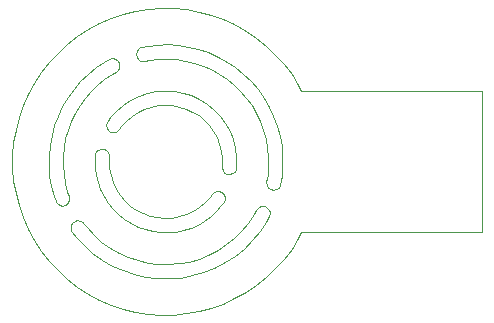
<source format=gko>
G04*
G04 #@! TF.GenerationSoftware,Altium Limited,Altium Designer,20.2.4 (192)*
G04*
G04 Layer_Color=16711935*
%FSLAX44Y44*%
%MOMM*%
G71*
G04*
G04 #@! TF.SameCoordinates,0F43FF0A-D758-409E-903F-A1448CC310CE*
G04*
G04*
G04 #@! TF.FilePolarity,Positive*
G04*
G01*
G75*
%ADD54C,0.1000*%
G54D54*
X82592Y-37592D02*
X84541Y-38078D01*
X86227Y-39173D01*
X87464Y-40756D01*
X88118Y-42656D01*
Y-43661D02*
Y-42656D01*
Y-44028D02*
Y-43661D01*
X88028Y-44757D02*
X88118Y-44028D01*
X87851Y-45470D02*
X88028Y-44757D01*
X87587Y-46155D02*
X87851Y-45470D01*
X87415Y-46480D02*
X87587Y-46155D01*
X85081Y-50869D02*
X87415Y-46480D01*
X79556Y-59138D02*
X85081Y-50869D01*
X73231Y-66811D02*
X79556Y-59138D01*
X66169Y-73811D02*
X73231Y-66811D01*
X58441Y-80069D02*
X66169Y-73811D01*
X50125Y-85522D02*
X58441Y-80069D01*
X41305Y-90113D02*
X50125Y-85522D01*
X32069Y-93798D02*
X41305Y-90113D01*
X22510Y-96539D02*
X32069Y-93798D01*
X12724Y-98308D02*
X22510Y-96539D01*
X2811Y-99089D02*
X12724Y-98308D01*
X-7131Y-98872D02*
X2811Y-99089D01*
X-17000Y-97660D02*
X-7131Y-98872D01*
X-26699Y-95465D02*
X-17000Y-97660D01*
X-36130Y-92310D02*
X-26699Y-95465D01*
X-45196Y-88226D02*
X-36130Y-92310D01*
X-53808Y-83254D02*
X-45196Y-88226D01*
X-61878Y-77444D02*
X-53808Y-83254D01*
X-69326Y-70855D02*
X-61878Y-77444D01*
X-76076Y-63553D02*
X-69326Y-70855D01*
X-79068Y-59582D02*
X-76076Y-63553D01*
X-79787Y-58628D02*
X-79068Y-59582D01*
X-80385Y-56316D02*
X-79787Y-58628D01*
X-80385Y-56316D02*
X-80052Y-53951D01*
X-78840Y-51893D01*
X-76933Y-50455D01*
X-74620Y-49857D01*
X-72255Y-50190D01*
X-70197Y-51402D01*
X-69478Y-52356D01*
X-66765Y-55775D01*
X-60841Y-62183D01*
X-54305Y-67966D01*
X-47222Y-73064D01*
X-39664Y-77428D01*
X-31708Y-81012D01*
X-23432Y-83781D01*
X-14920Y-85707D01*
X-6258Y-86771D01*
X2467Y-86961D01*
X11167Y-86277D01*
X19755Y-84724D01*
X28144Y-82318D01*
X36249Y-79084D01*
X43990Y-75055D01*
X51288Y-70270D01*
X58071Y-64778D01*
X64268Y-58634D01*
X69819Y-51900D01*
X74668Y-44644D01*
X76813Y-40842D01*
X77285Y-39955D01*
X78754Y-38585D01*
X80590Y-37768D01*
X82592Y-37592D01*
X-54610Y10747D02*
X-52291Y10647D01*
X-50177Y9690D01*
X-48571Y8013D01*
X-47706Y5860D01*
Y4699D02*
Y5860D01*
Y4634D02*
Y4699D01*
X-47709Y4504D02*
X-47706Y4634D01*
X-47715Y4374D02*
X-47709Y4504D01*
X-47723Y4245D02*
X-47715Y4374D01*
X-47729Y4180D02*
X-47723Y4245D01*
X-47898Y1049D02*
X-47729Y4180D01*
X-47898Y1049D02*
X-47620Y-5212D01*
X-46529Y-11384D01*
X-44641Y-17360D01*
X-41990Y-23040D01*
X-38621Y-28324D01*
X-34592Y-33125D01*
X-29970Y-37358D01*
X-24836Y-40953D01*
X-19277Y-43847D01*
X-13388Y-45991D01*
X-7269Y-47349D01*
X-1026Y-47897D01*
X5236Y-47625D01*
X11409Y-46540D01*
X17387Y-44658D01*
X23069Y-42012D01*
X28357Y-38648D01*
X33161Y-34623D01*
X37399Y-30006D01*
X39282Y-27499D01*
X39832Y-26716D01*
X41365Y-25568D01*
X43178Y-24954D01*
X45092Y-24934D01*
X46918Y-25510D01*
X48474Y-26626D01*
X49606Y-28170D01*
X50201Y-29990D01*
Y-30947D02*
Y-29990D01*
Y-31407D02*
Y-30947D01*
X50061Y-32317D02*
X50201Y-31407D01*
X49784Y-33194D02*
X50061Y-32317D01*
X49377Y-34019D02*
X49784Y-33194D01*
X49112Y-34395D02*
X49377Y-34019D01*
X47234Y-37073D02*
X49112Y-34395D01*
X42916Y-41988D02*
X47234Y-37073D01*
X38089Y-46404D02*
X42916Y-41988D01*
X32811Y-50269D02*
X38089Y-46404D01*
X27143Y-53537D02*
X32811Y-50269D01*
X21154Y-56168D02*
X27143Y-53537D01*
X14914Y-58132D02*
X21154Y-56168D01*
X8497Y-59406D02*
X14914Y-58132D01*
X1979Y-59974D02*
X8497Y-59406D01*
X-4561Y-59829D02*
X1979Y-59974D01*
X-11047Y-58973D02*
X-4561Y-59829D01*
X-17402Y-57417D02*
X-11047Y-58973D01*
X-23549Y-55179D02*
X-17402Y-57417D01*
X-29416Y-52286D02*
X-23549Y-55179D01*
X-34934Y-48771D02*
X-29416Y-52286D01*
X-40037Y-44676D02*
X-34934Y-48771D01*
X-44663Y-40051D02*
X-40037Y-44676D01*
X-48759Y-34950D02*
X-44663Y-40051D01*
X-52276Y-29434D02*
X-48759Y-34950D01*
X-55172Y-23567D02*
X-52276Y-29434D01*
X-57412Y-17421D02*
X-55172Y-23567D01*
X-58970Y-11067D02*
X-57412Y-17421D01*
X-59827Y-4581D02*
X-58970Y-11067D01*
X-59974Y1959D02*
X-59827Y-4581D01*
X-59974Y1959D02*
X-59691Y5218D01*
X-59591Y6374D01*
X-58543Y8445D01*
X-56799Y9977D01*
X-54610Y10747D01*
X1689Y99087D02*
X10468Y98547D01*
X19165Y97231D01*
X27711Y95148D01*
X36038Y92316D01*
X44082Y88757D01*
X51778Y84499D01*
X59067Y79575D01*
X65890Y74024D01*
X72194Y67890D01*
X77930Y61221D01*
X83051Y54070D01*
X87519Y46493D01*
X91296Y38550D01*
X94355Y30303D01*
X96670Y21817D01*
X98224Y13159D01*
X99004Y4398D01*
Y-0D02*
Y4398D01*
Y-2376D02*
Y-0D01*
X98776Y-7124D02*
X99004Y-2376D01*
X98320Y-11855D02*
X98776Y-7124D01*
X97638Y-16558D02*
X98320Y-11855D01*
X97185Y-18891D02*
X97638Y-16558D01*
X97185Y-18891D02*
Y-18891D01*
X96957Y-20063D02*
X97185Y-18891D01*
X95639Y-22055D02*
X96957Y-20063D01*
X93659Y-23390D02*
X95639Y-22055D01*
X91318Y-23867D02*
X93659Y-23390D01*
X88973Y-23411D02*
X91318Y-23867D01*
X86982Y-22093D02*
X88973Y-23411D01*
X85646Y-20113D02*
X86982Y-22093D01*
X85170Y-17772D02*
X85646Y-20113D01*
X85170Y-17772D02*
X85398Y-16600D01*
X85772Y-14546D01*
X86371Y-10414D01*
X86771Y-6258D01*
X86971Y-2088D01*
X86996Y-0D01*
X86910Y3861D02*
X86996Y-0D01*
X86226Y11552D02*
X86910Y3861D01*
X84862Y19152D02*
X86226Y11552D01*
X82829Y26601D02*
X84862Y19152D01*
X80144Y33841D02*
X82829Y26601D01*
X76828Y40814D02*
X80144Y33841D01*
X72906Y47465D02*
X76828Y40814D01*
X68411Y53743D02*
X72906Y47465D01*
X63376Y59597D02*
X68411Y53743D01*
X57842Y64982D02*
X63376Y59597D01*
X51852Y69855D02*
X57842Y64982D01*
X45454Y74177D02*
X51852Y69855D01*
X38697Y77916D02*
X45454Y74177D01*
X31636Y81040D02*
X38697Y77916D01*
X24326Y83526D02*
X31636Y81040D01*
X16824Y85354D02*
X24326Y83526D01*
X9189Y86509D02*
X16824Y85354D01*
X1482Y86983D02*
X9189Y86509D01*
X-6236Y86772D02*
X1482Y86983D01*
X-13906Y85878D02*
X-6236Y86772D01*
X-17703Y85176D02*
X-13906Y85878D01*
X-18872Y84933D02*
X-17703Y85176D01*
X-21219Y85379D02*
X-18872Y84933D01*
X-23216Y86689D02*
X-21219Y85379D01*
X-24560Y88663D02*
X-23216Y86689D01*
X-25046Y91002D02*
X-24560Y88663D01*
X-25046Y91002D02*
X-24600Y93348D01*
X-23290Y95345D01*
X-21316Y96689D01*
X-20147Y96932D01*
X-20147D02*
X-20147D01*
X-20147D02*
X-15841Y97827D01*
X-7104Y98846D01*
X1689Y99087D01*
X-656Y60033D02*
X6926Y59631D01*
X14398Y58277D01*
X21639Y55990D01*
X28533Y52808D01*
X34971Y48782D01*
X40850Y43976D01*
X46076Y38466D01*
X50564Y32342D01*
X54244Y25700D01*
X57057Y18647D01*
X58958Y11295D01*
X59916Y3762D01*
Y-34D02*
Y3762D01*
Y-683D02*
Y-34D01*
X59888Y-1981D02*
X59916Y-683D01*
X59832Y-3277D02*
X59888Y-1981D01*
X59747Y-4572D02*
X59832Y-3277D01*
X59691Y-5218D02*
X59747Y-4572D01*
X59691Y-5218D02*
X59691D01*
X59588Y-6408D02*
X59691Y-5218D01*
X58487Y-8527D02*
X59588Y-6408D01*
X56658Y-10064D02*
X58487Y-8527D01*
X54381Y-10784D02*
X56658Y-10064D01*
X52001Y-10577D02*
X54381Y-10784D01*
X49882Y-9476D02*
X52001Y-10577D01*
X48345Y-7647D02*
X49882Y-9476D01*
X47625Y-5370D02*
X48345Y-7647D01*
X47625Y-5370D02*
X47729Y-4180D01*
X47729Y-4180D02*
X47729Y-4180D01*
X47729Y-4180D02*
X47771Y-3663D01*
X47838Y-2627D01*
X47883Y-1591D01*
X47906Y-553D01*
X47908Y-34D01*
X47812Y2996D02*
X47908Y-34D01*
X47048Y9008D02*
X47812Y2996D01*
X45531Y14875D02*
X47048Y9008D01*
X43286Y20504D02*
X45531Y14875D01*
X40349Y25805D02*
X43286Y20504D01*
X36766Y30693D02*
X40349Y25805D01*
X32596Y35090D02*
X36766Y30693D01*
X27904Y38926D02*
X32596Y35090D01*
X22766Y42140D02*
X27904Y38926D01*
X17263Y44679D02*
X22766Y42140D01*
X11484Y46504D02*
X17263Y44679D01*
X5521Y47585D02*
X11484Y46504D01*
X-531Y47906D02*
X5521Y47585D01*
X-6575Y47460D02*
X-531Y47906D01*
X-12514Y46255D02*
X-6575Y47460D01*
X-18254Y44311D02*
X-12514Y46255D01*
X-23703Y41659D02*
X-18254Y44311D01*
X-28774Y38340D02*
X-23703Y41659D01*
X-33385Y34407D02*
X-28774Y38340D01*
X-37464Y29925D02*
X-33385Y34407D01*
X-39282Y27499D02*
X-37464Y29925D01*
X-39968Y26522D02*
X-39282Y27499D01*
X-41984Y25240D02*
X-39968Y26522D01*
X-44336Y24827D02*
X-41984Y25240D01*
X-46668Y25346D02*
X-44336Y24827D01*
X-48623Y26718D02*
X-46668Y25346D01*
X-49904Y28734D02*
X-48623Y26718D01*
X-50317Y31086D02*
X-49904Y28734D01*
X-50317Y31086D02*
X-49798Y33418D01*
X-49112Y34395D01*
X-46932Y37503D01*
X-41822Y43120D01*
X-36044Y48047D01*
X-29690Y52205D01*
X-22863Y55529D01*
X-15671Y57965D01*
X-8229Y59474D01*
X-656Y60033D01*
X-45792Y87353D02*
X-44225Y87333D01*
X-42715Y86910D01*
X-41365Y86115D01*
X-40264Y84999D01*
X-39486Y83638D01*
X-39083Y82123D01*
Y81340D02*
Y82123D01*
Y80536D02*
Y81340D01*
X-39506Y78985D02*
X-39083Y80536D01*
X-40322Y77600D02*
X-39506Y78985D01*
X-41474Y76478D02*
X-40322Y77600D01*
X-42177Y76089D02*
X-41474Y76478D01*
X-42177Y76089D02*
X-42177D01*
X-45489Y74156D02*
X-42177Y76089D01*
X-51841Y69863D02*
X-45489Y74156D01*
X-57791Y65027D02*
X-51841Y69863D01*
X-63293Y59686D02*
X-57791Y65027D01*
X-68302Y53881D02*
X-63293Y59686D01*
X-72781Y47658D02*
X-68302Y53881D01*
X-76694Y41064D02*
X-72781Y47658D01*
X-80012Y34152D02*
X-76694Y41064D01*
X-82709Y26974D02*
X-80012Y34152D01*
X-84762Y19587D02*
X-82709Y26974D01*
X-86158Y12048D02*
X-84762Y19587D01*
X-86884Y4415D02*
X-86158Y12048D01*
X-86935Y-3252D02*
X-86884Y4415D01*
X-86935Y-3252D02*
X-86311Y-10894D01*
X-85017Y-18452D01*
X-83062Y-25866D01*
X-81841Y-29501D01*
X-81841Y-29501D02*
X-81841Y-29501D01*
X-81841Y-29501D02*
X-81753Y-29745D01*
X-81620Y-30248D01*
X-81531Y-30759D01*
X-81486Y-31277D01*
Y-31537D02*
Y-31277D01*
Y-32597D02*
Y-31537D01*
X-82212Y-34588D02*
X-81486Y-32597D01*
X-83575Y-36211D02*
X-82212Y-34588D01*
X-85412Y-37269D02*
X-83575Y-36211D01*
X-87500Y-37634D02*
X-85412Y-37269D01*
X-89587Y-37261D02*
X-87500Y-37634D01*
X-91420Y-36197D02*
X-89587Y-37261D01*
X-92778Y-34570D02*
X-91420Y-36197D01*
X-93138Y-33573D02*
X-92778Y-34570D01*
X-93138Y-33573D02*
X-93138D01*
X-94619Y-29464D02*
X-93138Y-33573D01*
X-96845Y-21019D02*
X-94619Y-29464D01*
X-98320Y-12410D02*
X-96845Y-21019D01*
X-99031Y-3705D02*
X-98320Y-12410D01*
X-99031Y-3705D02*
X-98972Y5029D01*
X-98145Y13724D01*
X-96556Y22312D01*
X-94216Y30727D01*
X-91145Y38904D01*
X-87365Y46778D01*
X-82907Y54289D01*
X-77805Y61378D01*
X-72098Y67990D01*
X-65832Y74074D01*
X-59054Y79583D01*
X-51817Y84473D01*
X-47998Y86591D01*
X-47998Y86591D02*
X-47998Y86591D01*
X-47998Y86591D02*
X-47312Y86971D01*
X-45792Y87353D01*
X-4228Y129754D02*
X6562Y129657D01*
X-14990Y128955D02*
X-4228Y129754D01*
X-25648Y127264D02*
X-14990Y128955D01*
X-36129Y124695D02*
X-25648Y127264D01*
X-46360Y121263D02*
X-36129Y124695D01*
X-56271Y116994D02*
X-46360Y121263D01*
X-65793Y111917D02*
X-56271Y116994D01*
X-74861Y106066D02*
X-65793Y111917D01*
X-83411Y99482D02*
X-74861Y106066D01*
X-91385Y92211D02*
X-83411Y99482D01*
X-98728Y84303D02*
X-91385Y92211D01*
X-105388Y75812D02*
X-98728Y84303D01*
X-111320Y66797D02*
X-105388Y75812D01*
X-116483Y57322D02*
X-111320Y66797D01*
X-120842Y47449D02*
X-116483Y57322D01*
X-124365Y37249D02*
X-120842Y47449D01*
X-127029Y26792D02*
X-124365Y37249D01*
X-128815Y16150D02*
X-127029Y26792D01*
X-129711Y5396D02*
X-128815Y16150D01*
X-129711Y5396D02*
X-129711Y-5396D01*
X-128815Y-16150D01*
X-127029Y-26792D01*
X-124365Y-37250D01*
X-120842Y-47449D01*
X-116483Y-57322D01*
X-111320Y-66798D01*
X-105388Y-75812D01*
X-98728Y-84303D01*
X-91385Y-92211D01*
X-83411Y-99482D01*
X-74861Y-106066D01*
X-65793Y-111917D01*
X-56271Y-116994D01*
X-46360Y-121264D01*
X-36129Y-124695D01*
X-25648Y-127265D01*
X-14990Y-128955D01*
X-4228Y-129755D01*
X6562Y-129657D01*
X17308Y-128665D01*
X27934Y-126783D01*
X38367Y-124025D01*
X48535Y-120410D01*
X58367Y-115963D01*
X67797Y-110715D01*
X76757Y-104702D01*
X85188Y-97965D01*
X93029Y-90552D01*
X100229Y-82513D01*
X106735Y-73904D01*
X112504Y-64784D01*
X115000Y-60000D01*
X267500Y-60000D01*
Y60000D01*
X115000D02*
X267500D01*
X112504Y64784D02*
X115000Y60000D01*
X106735Y73903D02*
X112504Y64784D01*
X100229Y82513D02*
X106735Y73903D01*
X93029Y90552D02*
X100229Y82513D01*
X85188Y97965D02*
X93029Y90552D01*
X76757Y104702D02*
X85188Y97965D01*
X67796Y110715D02*
X76757Y104702D01*
X58367Y115963D02*
X67796Y110715D01*
X48535Y120410D02*
X58367Y115963D01*
X38367Y124024D02*
X48535Y120410D01*
X27934Y126782D02*
X38367Y124024D01*
X17308Y128664D02*
X27934Y126782D01*
X6562Y129657D02*
X17308Y128664D01*
M02*

</source>
